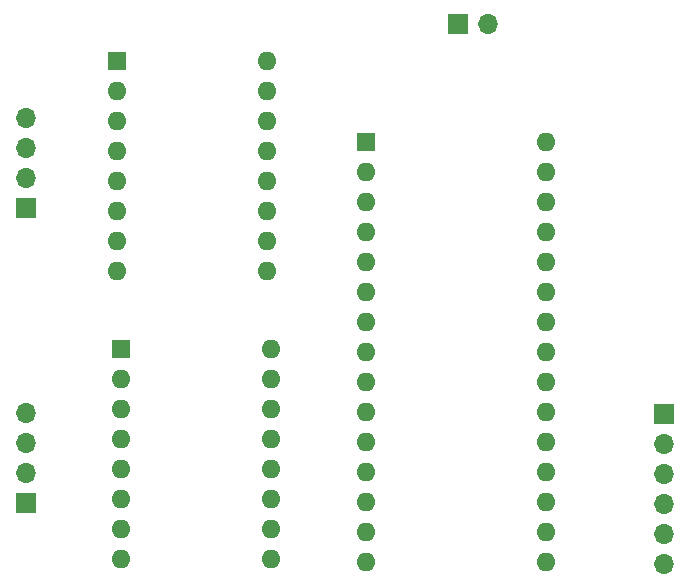
<source format=gts>
G04 #@! TF.GenerationSoftware,KiCad,Pcbnew,8.0.1*
G04 #@! TF.CreationDate,2024-04-25T13:58:40+02:00*
G04 #@! TF.ProjectId,WritingRobotV2,57726974-696e-4675-926f-626f7456322e,rev?*
G04 #@! TF.SameCoordinates,Original*
G04 #@! TF.FileFunction,Soldermask,Top*
G04 #@! TF.FilePolarity,Negative*
%FSLAX46Y46*%
G04 Gerber Fmt 4.6, Leading zero omitted, Abs format (unit mm)*
G04 Created by KiCad (PCBNEW 8.0.1) date 2024-04-25 13:58:40*
%MOMM*%
%LPD*%
G01*
G04 APERTURE LIST*
%ADD10R,1.700000X1.700000*%
%ADD11O,1.700000X1.700000*%
%ADD12R,1.600000X1.600000*%
%ADD13O,1.600000X1.600000*%
G04 APERTURE END LIST*
D10*
X131000000Y-77500000D03*
D11*
X131000000Y-80040000D03*
X131000000Y-82580000D03*
X131000000Y-85120000D03*
X131000000Y-87660000D03*
X131000000Y-90200000D03*
D10*
X77000000Y-60040000D03*
D11*
X77000000Y-57500000D03*
X77000000Y-54960000D03*
X77000000Y-52420000D03*
D12*
X84660000Y-47610000D03*
D13*
X84660000Y-50150000D03*
X84660000Y-52690000D03*
X84660000Y-55230000D03*
X84660000Y-57770000D03*
X84660000Y-60310000D03*
X84660000Y-62850000D03*
X84660000Y-65390000D03*
X97360000Y-65390000D03*
X97360000Y-62850000D03*
X97360000Y-60310000D03*
X97360000Y-57770000D03*
X97360000Y-55230000D03*
X97360000Y-52690000D03*
X97360000Y-50150000D03*
X97360000Y-47610000D03*
D10*
X77000000Y-85000000D03*
D11*
X77000000Y-82460000D03*
X77000000Y-79920000D03*
X77000000Y-77380000D03*
D13*
X97700000Y-72000000D03*
X97700000Y-74540000D03*
X97700000Y-77080000D03*
X97700000Y-79620000D03*
X97700000Y-82160000D03*
X97700000Y-84700000D03*
X97700000Y-87240000D03*
X97700000Y-89780000D03*
X85000000Y-89780000D03*
X85000000Y-87240000D03*
X85000000Y-84700000D03*
X85000000Y-82160000D03*
X85000000Y-79620000D03*
X85000000Y-77080000D03*
X85000000Y-74540000D03*
D12*
X85000000Y-72000000D03*
D10*
X113500000Y-44500000D03*
D11*
X116040000Y-44500000D03*
D12*
X105760000Y-54500000D03*
D13*
X105760000Y-57040000D03*
X105760000Y-59580000D03*
X105760000Y-62120000D03*
X105760000Y-64660000D03*
X105760000Y-67200000D03*
X105760000Y-69740000D03*
X105760000Y-72280000D03*
X105760000Y-74820000D03*
X105760000Y-77360000D03*
X105760000Y-79900000D03*
X105760000Y-82440000D03*
X105760000Y-84980000D03*
X105760000Y-87520000D03*
X105760000Y-90060000D03*
X121000000Y-90060000D03*
X121000000Y-87520000D03*
X121000000Y-84980000D03*
X121000000Y-82440000D03*
X121000000Y-79900000D03*
X121000000Y-77360000D03*
X121000000Y-74820000D03*
X121000000Y-72280000D03*
X121000000Y-69740000D03*
X121000000Y-67200000D03*
X121000000Y-64660000D03*
X121000000Y-62120000D03*
X121000000Y-59580000D03*
X121000000Y-57040000D03*
X121000000Y-54500000D03*
M02*

</source>
